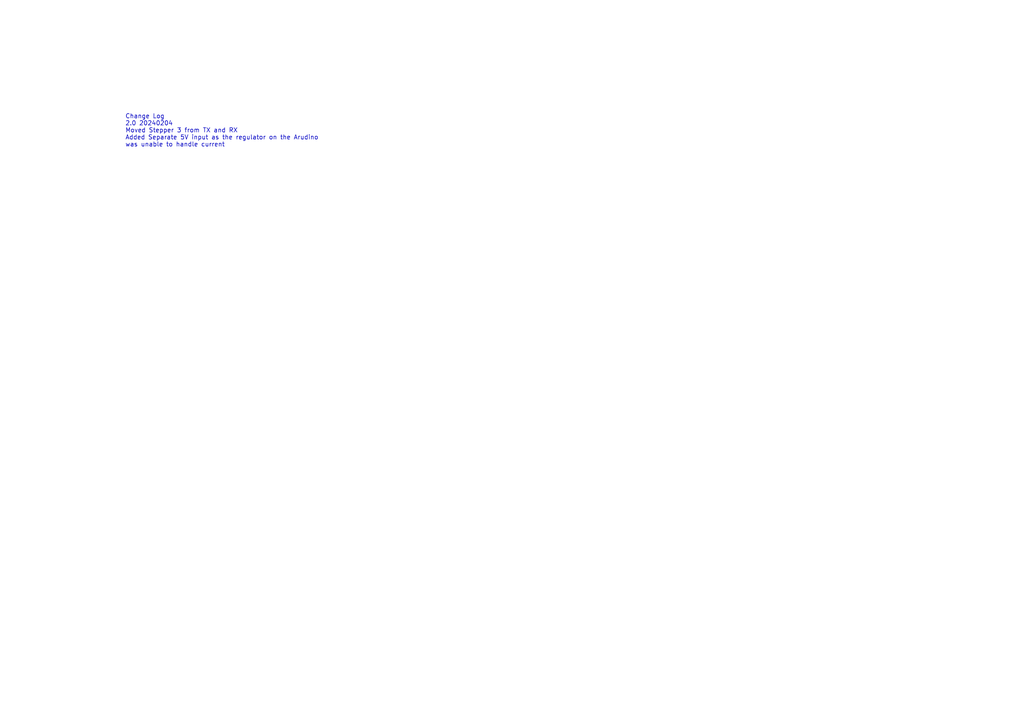
<source format=kicad_sch>
(kicad_sch (version 20230121) (generator eeschema)
  (paper "A4")
  (lib_symbols)
  (text "Change Log\n2.0 20240204\nMoved Stepper 3 from TX and RX\nAdded Separate 5V input as the regulator on the Arudino\nwas unable to handle current" (at 36.322 42.799 0) (effects (font (size 1.27 1.27)) (justify left bottom)))
)
</source>
